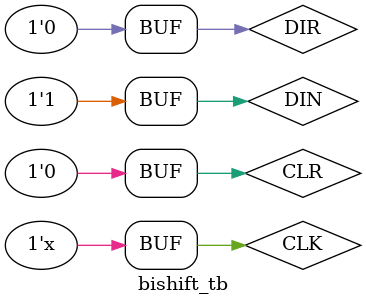
<source format=v>
module bishift #( parameter WIDTH=3) (input clk,clr,din,dir,
  output reg [WIDTH-1:0]q,
  output reg out
);

always @(posedge clk or posedge clr) begin
    if (clr) begin
        q=0;
    end
    else begin
        if(dir) begin     //DIR=1 RIGHT SHIFT
            
            q=q>>1;
            q[WIDTH-1]=din;
            out=q[0];
        end
        else begin            //DIR=0 LEFT SHIFT
             q=q<<1;
            q[0]=din;
            out=q[WIDTH-1];
            
        end
    end
    
end
    
endmodule

module bishift_tb;
parameter width=4;
wire OUT;
wire [width-1:0]Q;
reg CLK,CLR,DIN,DIR;

bishift #(.WIDTH(width)) dut(.clk(CLK), .clr(CLR), .din(DIN), .dir(DIR), .q(Q), .out(OUT));

initial begin
    $monitor("%t)\tDIR=%B\tDIN=%B\tQ=%B\tOUT=%b",$time,DIR,DIN,Q,OUT);
    CLK=0;CLR=1;
    #5CLR=0;  
    #10 DIR=1; DIN=1;
     repeat(4)  #10  DIR=1; DIN=1;
     #5 CLR=1;
    #5 CLR=0;  DIR=0; DIN=1;
     repeat(4)  #10  DIR=0; DIN=1;
     


end
always #5 CLK=~CLK;
endmodule

</source>
